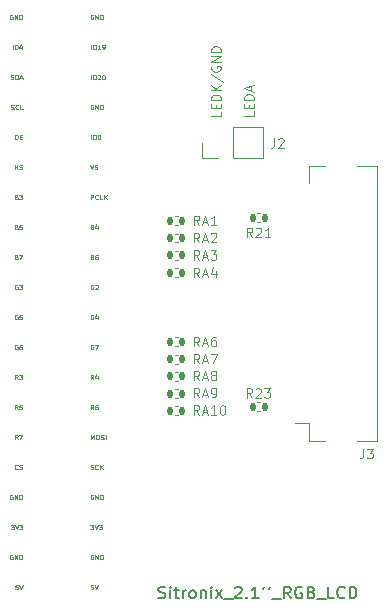
<source format=gbr>
%TF.GenerationSoftware,KiCad,Pcbnew,(6.0.9)*%
%TF.CreationDate,2022-12-05T09:35:11+08:00*%
%TF.ProjectId,Sitronix_2.1''_480x480,53697472-6f6e-4697-985f-322e3127275f,rev?*%
%TF.SameCoordinates,Original*%
%TF.FileFunction,Legend,Top*%
%TF.FilePolarity,Positive*%
%FSLAX46Y46*%
G04 Gerber Fmt 4.6, Leading zero omitted, Abs format (unit mm)*
G04 Created by KiCad (PCBNEW (6.0.9)) date 2022-12-05 09:35:11*
%MOMM*%
%LPD*%
G01*
G04 APERTURE LIST*
G04 Aperture macros list*
%AMRoundRect*
0 Rectangle with rounded corners*
0 $1 Rounding radius*
0 $2 $3 $4 $5 $6 $7 $8 $9 X,Y pos of 4 corners*
0 Add a 4 corners polygon primitive as box body*
4,1,4,$2,$3,$4,$5,$6,$7,$8,$9,$2,$3,0*
0 Add four circle primitives for the rounded corners*
1,1,$1+$1,$2,$3*
1,1,$1+$1,$4,$5*
1,1,$1+$1,$6,$7*
1,1,$1+$1,$8,$9*
0 Add four rect primitives between the rounded corners*
20,1,$1+$1,$2,$3,$4,$5,0*
20,1,$1+$1,$4,$5,$6,$7,0*
20,1,$1+$1,$6,$7,$8,$9,0*
20,1,$1+$1,$8,$9,$2,$3,0*%
G04 Aperture macros list end*
%ADD10C,0.150000*%
%ADD11C,0.120000*%
%ADD12C,0.060000*%
%ADD13R,1.700000X1.700000*%
%ADD14O,1.700000X1.700000*%
%ADD15RoundRect,0.135000X0.135000X0.185000X-0.135000X0.185000X-0.135000X-0.185000X0.135000X-0.185000X0*%
%ADD16RoundRect,0.135000X-0.135000X-0.185000X0.135000X-0.185000X0.135000X0.185000X-0.135000X0.185000X0*%
%ADD17R,1.300000X0.300000*%
%ADD18R,2.200000X1.800000*%
G04 APERTURE END LIST*
D10*
X136272047Y-118641761D02*
X136414904Y-118689380D01*
X136653000Y-118689380D01*
X136748238Y-118641761D01*
X136795857Y-118594142D01*
X136843476Y-118498904D01*
X136843476Y-118403666D01*
X136795857Y-118308428D01*
X136748238Y-118260809D01*
X136653000Y-118213190D01*
X136462523Y-118165571D01*
X136367285Y-118117952D01*
X136319666Y-118070333D01*
X136272047Y-117975095D01*
X136272047Y-117879857D01*
X136319666Y-117784619D01*
X136367285Y-117737000D01*
X136462523Y-117689380D01*
X136700619Y-117689380D01*
X136843476Y-117737000D01*
X137272047Y-118689380D02*
X137272047Y-118022714D01*
X137272047Y-117689380D02*
X137224428Y-117737000D01*
X137272047Y-117784619D01*
X137319666Y-117737000D01*
X137272047Y-117689380D01*
X137272047Y-117784619D01*
X137605380Y-118022714D02*
X137986333Y-118022714D01*
X137748238Y-117689380D02*
X137748238Y-118546523D01*
X137795857Y-118641761D01*
X137891095Y-118689380D01*
X137986333Y-118689380D01*
X138319666Y-118689380D02*
X138319666Y-118022714D01*
X138319666Y-118213190D02*
X138367285Y-118117952D01*
X138414904Y-118070333D01*
X138510142Y-118022714D01*
X138605380Y-118022714D01*
X139081571Y-118689380D02*
X138986333Y-118641761D01*
X138938714Y-118594142D01*
X138891095Y-118498904D01*
X138891095Y-118213190D01*
X138938714Y-118117952D01*
X138986333Y-118070333D01*
X139081571Y-118022714D01*
X139224428Y-118022714D01*
X139319666Y-118070333D01*
X139367285Y-118117952D01*
X139414904Y-118213190D01*
X139414904Y-118498904D01*
X139367285Y-118594142D01*
X139319666Y-118641761D01*
X139224428Y-118689380D01*
X139081571Y-118689380D01*
X139843476Y-118022714D02*
X139843476Y-118689380D01*
X139843476Y-118117952D02*
X139891095Y-118070333D01*
X139986333Y-118022714D01*
X140129190Y-118022714D01*
X140224428Y-118070333D01*
X140272047Y-118165571D01*
X140272047Y-118689380D01*
X140748238Y-118689380D02*
X140748238Y-118022714D01*
X140748238Y-117689380D02*
X140700619Y-117737000D01*
X140748238Y-117784619D01*
X140795857Y-117737000D01*
X140748238Y-117689380D01*
X140748238Y-117784619D01*
X141129190Y-118689380D02*
X141653000Y-118022714D01*
X141129190Y-118022714D02*
X141653000Y-118689380D01*
X141795857Y-118784619D02*
X142557761Y-118784619D01*
X142748238Y-117784619D02*
X142795857Y-117737000D01*
X142891095Y-117689380D01*
X143129190Y-117689380D01*
X143224428Y-117737000D01*
X143272047Y-117784619D01*
X143319666Y-117879857D01*
X143319666Y-117975095D01*
X143272047Y-118117952D01*
X142700619Y-118689380D01*
X143319666Y-118689380D01*
X143748238Y-118594142D02*
X143795857Y-118641761D01*
X143748238Y-118689380D01*
X143700619Y-118641761D01*
X143748238Y-118594142D01*
X143748238Y-118689380D01*
X144748238Y-118689380D02*
X144176809Y-118689380D01*
X144462523Y-118689380D02*
X144462523Y-117689380D01*
X144367285Y-117832238D01*
X144272047Y-117927476D01*
X144176809Y-117975095D01*
X145224428Y-117689380D02*
X145129190Y-117879857D01*
X145700619Y-117689380D02*
X145605380Y-117879857D01*
X145891095Y-118784619D02*
X146653000Y-118784619D01*
X147462523Y-118689380D02*
X147129190Y-118213190D01*
X146891095Y-118689380D02*
X146891095Y-117689380D01*
X147272047Y-117689380D01*
X147367285Y-117737000D01*
X147414904Y-117784619D01*
X147462523Y-117879857D01*
X147462523Y-118022714D01*
X147414904Y-118117952D01*
X147367285Y-118165571D01*
X147272047Y-118213190D01*
X146891095Y-118213190D01*
X148414904Y-117737000D02*
X148319666Y-117689380D01*
X148176809Y-117689380D01*
X148033952Y-117737000D01*
X147938714Y-117832238D01*
X147891095Y-117927476D01*
X147843476Y-118117952D01*
X147843476Y-118260809D01*
X147891095Y-118451285D01*
X147938714Y-118546523D01*
X148033952Y-118641761D01*
X148176809Y-118689380D01*
X148272047Y-118689380D01*
X148414904Y-118641761D01*
X148462523Y-118594142D01*
X148462523Y-118260809D01*
X148272047Y-118260809D01*
X149224428Y-118165571D02*
X149367285Y-118213190D01*
X149414904Y-118260809D01*
X149462523Y-118356047D01*
X149462523Y-118498904D01*
X149414904Y-118594142D01*
X149367285Y-118641761D01*
X149272047Y-118689380D01*
X148891095Y-118689380D01*
X148891095Y-117689380D01*
X149224428Y-117689380D01*
X149319666Y-117737000D01*
X149367285Y-117784619D01*
X149414904Y-117879857D01*
X149414904Y-117975095D01*
X149367285Y-118070333D01*
X149319666Y-118117952D01*
X149224428Y-118165571D01*
X148891095Y-118165571D01*
X149653000Y-118784619D02*
X150414904Y-118784619D01*
X151129190Y-118689380D02*
X150653000Y-118689380D01*
X150653000Y-117689380D01*
X152033952Y-118594142D02*
X151986333Y-118641761D01*
X151843476Y-118689380D01*
X151748238Y-118689380D01*
X151605380Y-118641761D01*
X151510142Y-118546523D01*
X151462523Y-118451285D01*
X151414904Y-118260809D01*
X151414904Y-118117952D01*
X151462523Y-117927476D01*
X151510142Y-117832238D01*
X151605380Y-117737000D01*
X151748238Y-117689380D01*
X151843476Y-117689380D01*
X151986333Y-117737000D01*
X152033952Y-117784619D01*
X152462523Y-118689380D02*
X152462523Y-117689380D01*
X152700619Y-117689380D01*
X152843476Y-117737000D01*
X152938714Y-117832238D01*
X152986333Y-117927476D01*
X153033952Y-118117952D01*
X153033952Y-118260809D01*
X152986333Y-118451285D01*
X152938714Y-118546523D01*
X152843476Y-118641761D01*
X152700619Y-118689380D01*
X152462523Y-118689380D01*
D11*
X141535104Y-77482380D02*
X141535104Y-77863333D01*
X140735104Y-77863333D01*
X141116057Y-77215714D02*
X141116057Y-76949047D01*
X141535104Y-76834761D02*
X141535104Y-77215714D01*
X140735104Y-77215714D01*
X140735104Y-76834761D01*
X141535104Y-76491904D02*
X140735104Y-76491904D01*
X140735104Y-76301428D01*
X140773200Y-76187142D01*
X140849390Y-76110952D01*
X140925580Y-76072857D01*
X141077961Y-76034761D01*
X141192247Y-76034761D01*
X141344628Y-76072857D01*
X141420819Y-76110952D01*
X141497009Y-76187142D01*
X141535104Y-76301428D01*
X141535104Y-76491904D01*
X141535104Y-75691904D02*
X140735104Y-75691904D01*
X141535104Y-75234761D02*
X141077961Y-75577619D01*
X140735104Y-75234761D02*
X141192247Y-75691904D01*
X140697009Y-74320476D02*
X141725580Y-75006190D01*
X140773200Y-73634761D02*
X140735104Y-73710952D01*
X140735104Y-73825238D01*
X140773200Y-73939523D01*
X140849390Y-74015714D01*
X140925580Y-74053809D01*
X141077961Y-74091904D01*
X141192247Y-74091904D01*
X141344628Y-74053809D01*
X141420819Y-74015714D01*
X141497009Y-73939523D01*
X141535104Y-73825238D01*
X141535104Y-73749047D01*
X141497009Y-73634761D01*
X141458914Y-73596666D01*
X141192247Y-73596666D01*
X141192247Y-73749047D01*
X141535104Y-73253809D02*
X140735104Y-73253809D01*
X141535104Y-72796666D01*
X140735104Y-72796666D01*
X141535104Y-72415714D02*
X140735104Y-72415714D01*
X140735104Y-72225238D01*
X140773200Y-72110952D01*
X140849390Y-72034761D01*
X140925580Y-71996666D01*
X141077961Y-71958571D01*
X141192247Y-71958571D01*
X141344628Y-71996666D01*
X141420819Y-72034761D01*
X141497009Y-72110952D01*
X141535104Y-72225238D01*
X141535104Y-72415714D01*
X144329104Y-77463542D02*
X144329104Y-77844495D01*
X143529104Y-77844495D01*
X143910057Y-77196876D02*
X143910057Y-76930209D01*
X144329104Y-76815923D02*
X144329104Y-77196876D01*
X143529104Y-77196876D01*
X143529104Y-76815923D01*
X144329104Y-76473066D02*
X143529104Y-76473066D01*
X143529104Y-76282590D01*
X143567200Y-76168304D01*
X143643390Y-76092114D01*
X143719580Y-76054019D01*
X143871961Y-76015923D01*
X143986247Y-76015923D01*
X144138628Y-76054019D01*
X144214819Y-76092114D01*
X144291009Y-76168304D01*
X144329104Y-76282590D01*
X144329104Y-76473066D01*
X144100533Y-75711161D02*
X144100533Y-75330209D01*
X144329104Y-75787352D02*
X143529104Y-75520685D01*
X144329104Y-75254019D01*
D12*
%TO.C,J1*%
X130768838Y-102695352D02*
X130635505Y-102504876D01*
X130540266Y-102695352D02*
X130540266Y-102295352D01*
X130692647Y-102295352D01*
X130730743Y-102314400D01*
X130749790Y-102333447D01*
X130768838Y-102371542D01*
X130768838Y-102428685D01*
X130749790Y-102466780D01*
X130730743Y-102485828D01*
X130692647Y-102504876D01*
X130540266Y-102504876D01*
X131111695Y-102295352D02*
X131035505Y-102295352D01*
X130997409Y-102314400D01*
X130978362Y-102333447D01*
X130940266Y-102390590D01*
X130921219Y-102466780D01*
X130921219Y-102619161D01*
X130940266Y-102657257D01*
X130959314Y-102676304D01*
X130997409Y-102695352D01*
X131073600Y-102695352D01*
X131111695Y-102676304D01*
X131130743Y-102657257D01*
X131149790Y-102619161D01*
X131149790Y-102523923D01*
X131130743Y-102485828D01*
X131111695Y-102466780D01*
X131073600Y-102447733D01*
X130997409Y-102447733D01*
X130959314Y-102466780D01*
X130940266Y-102485828D01*
X130921219Y-102523923D01*
X124104362Y-82375352D02*
X124104362Y-81975352D01*
X124104362Y-82165828D02*
X124332933Y-82165828D01*
X124332933Y-82375352D02*
X124332933Y-81975352D01*
X124504362Y-82356304D02*
X124561504Y-82375352D01*
X124656743Y-82375352D01*
X124694838Y-82356304D01*
X124713885Y-82337257D01*
X124732933Y-82299161D01*
X124732933Y-82261066D01*
X124713885Y-82222971D01*
X124694838Y-82203923D01*
X124656743Y-82184876D01*
X124580552Y-82165828D01*
X124542457Y-82146780D01*
X124523409Y-82127733D01*
X124504362Y-82089638D01*
X124504362Y-82051542D01*
X124523409Y-82013447D01*
X124542457Y-81994400D01*
X124580552Y-81975352D01*
X124675790Y-81975352D01*
X124732933Y-81994400D01*
X123761504Y-112455352D02*
X124009123Y-112455352D01*
X123875790Y-112607733D01*
X123932933Y-112607733D01*
X123971028Y-112626780D01*
X123990076Y-112645828D01*
X124009123Y-112683923D01*
X124009123Y-112779161D01*
X123990076Y-112817257D01*
X123971028Y-112836304D01*
X123932933Y-112855352D01*
X123818647Y-112855352D01*
X123780552Y-112836304D01*
X123761504Y-112817257D01*
X124123409Y-112455352D02*
X124256743Y-112855352D01*
X124390076Y-112455352D01*
X124485314Y-112455352D02*
X124732933Y-112455352D01*
X124599600Y-112607733D01*
X124656743Y-112607733D01*
X124694838Y-112626780D01*
X124713885Y-112645828D01*
X124732933Y-112683923D01*
X124732933Y-112779161D01*
X124713885Y-112817257D01*
X124694838Y-112836304D01*
X124656743Y-112855352D01*
X124542457Y-112855352D01*
X124504362Y-112836304D01*
X124485314Y-112817257D01*
X124351981Y-100155352D02*
X124218648Y-99964876D01*
X124123409Y-100155352D02*
X124123409Y-99755352D01*
X124275790Y-99755352D01*
X124313886Y-99774400D01*
X124332933Y-99793447D01*
X124351981Y-99831542D01*
X124351981Y-99888685D01*
X124332933Y-99926780D01*
X124313886Y-99945828D01*
X124275790Y-99964876D01*
X124123409Y-99964876D01*
X124485314Y-99755352D02*
X124732933Y-99755352D01*
X124599600Y-99907733D01*
X124656743Y-99907733D01*
X124694838Y-99926780D01*
X124713886Y-99945828D01*
X124732933Y-99983923D01*
X124732933Y-100079161D01*
X124713886Y-100117257D01*
X124694838Y-100136304D01*
X124656743Y-100155352D01*
X124542457Y-100155352D01*
X124504362Y-100136304D01*
X124485314Y-100117257D01*
X130540267Y-84915352D02*
X130540267Y-84515352D01*
X130692648Y-84515352D01*
X130730743Y-84534400D01*
X130749791Y-84553447D01*
X130768838Y-84591542D01*
X130768838Y-84648685D01*
X130749791Y-84686780D01*
X130730743Y-84705828D01*
X130692648Y-84724876D01*
X130540267Y-84724876D01*
X131168838Y-84877257D02*
X131149791Y-84896304D01*
X131092648Y-84915352D01*
X131054553Y-84915352D01*
X130997410Y-84896304D01*
X130959314Y-84858209D01*
X130940267Y-84820114D01*
X130921219Y-84743923D01*
X130921219Y-84686780D01*
X130940267Y-84610590D01*
X130959314Y-84572495D01*
X130997410Y-84534400D01*
X131054553Y-84515352D01*
X131092648Y-84515352D01*
X131149791Y-84534400D01*
X131168838Y-84553447D01*
X131530743Y-84915352D02*
X131340267Y-84915352D01*
X131340267Y-84515352D01*
X131664076Y-84915352D02*
X131664076Y-84515352D01*
X131892648Y-84915352D02*
X131721219Y-84686780D01*
X131892648Y-84515352D02*
X131664076Y-84743923D01*
X124332933Y-94694400D02*
X124294838Y-94675352D01*
X124237695Y-94675352D01*
X124180552Y-94694400D01*
X124142457Y-94732495D01*
X124123409Y-94770590D01*
X124104362Y-94846780D01*
X124104362Y-94903923D01*
X124123409Y-94980114D01*
X124142457Y-95018209D01*
X124180552Y-95056304D01*
X124237695Y-95075352D01*
X124275790Y-95075352D01*
X124332933Y-95056304D01*
X124351981Y-95037257D01*
X124351981Y-94903923D01*
X124275790Y-94903923D01*
X124713886Y-94675352D02*
X124523409Y-94675352D01*
X124504362Y-94865828D01*
X124523409Y-94846780D01*
X124561505Y-94827733D01*
X124656743Y-94827733D01*
X124694838Y-94846780D01*
X124713886Y-94865828D01*
X124732933Y-94903923D01*
X124732933Y-94999161D01*
X124713886Y-95037257D01*
X124694838Y-95056304D01*
X124656743Y-95075352D01*
X124561505Y-95075352D01*
X124523409Y-95056304D01*
X124504362Y-95037257D01*
X130768838Y-100155352D02*
X130635505Y-99964876D01*
X130540266Y-100155352D02*
X130540266Y-99755352D01*
X130692647Y-99755352D01*
X130730743Y-99774400D01*
X130749790Y-99793447D01*
X130768838Y-99831542D01*
X130768838Y-99888685D01*
X130749790Y-99926780D01*
X130730743Y-99945828D01*
X130692647Y-99964876D01*
X130540266Y-99964876D01*
X131111695Y-99888685D02*
X131111695Y-100155352D01*
X131016457Y-99736304D02*
X130921219Y-100022019D01*
X131168838Y-100022019D01*
X123780552Y-77276304D02*
X123837695Y-77295352D01*
X123932933Y-77295352D01*
X123971028Y-77276304D01*
X123990076Y-77257257D01*
X124009123Y-77219161D01*
X124009123Y-77181066D01*
X123990076Y-77142971D01*
X123971028Y-77123923D01*
X123932933Y-77104876D01*
X123856743Y-77085828D01*
X123818647Y-77066780D01*
X123799600Y-77047733D01*
X123780552Y-77009638D01*
X123780552Y-76971542D01*
X123799600Y-76933447D01*
X123818647Y-76914400D01*
X123856743Y-76895352D01*
X123951981Y-76895352D01*
X124009123Y-76914400D01*
X124409123Y-77257257D02*
X124390076Y-77276304D01*
X124332933Y-77295352D01*
X124294838Y-77295352D01*
X124237695Y-77276304D01*
X124199600Y-77238209D01*
X124180552Y-77200114D01*
X124161504Y-77123923D01*
X124161504Y-77066780D01*
X124180552Y-76990590D01*
X124199600Y-76952495D01*
X124237695Y-76914400D01*
X124294838Y-76895352D01*
X124332933Y-76895352D01*
X124390076Y-76914400D01*
X124409123Y-76933447D01*
X124771028Y-77295352D02*
X124580552Y-77295352D01*
X124580552Y-76895352D01*
X124256743Y-89785828D02*
X124313886Y-89804876D01*
X124332933Y-89823923D01*
X124351981Y-89862019D01*
X124351981Y-89919161D01*
X124332933Y-89957257D01*
X124313886Y-89976304D01*
X124275790Y-89995352D01*
X124123409Y-89995352D01*
X124123409Y-89595352D01*
X124256743Y-89595352D01*
X124294838Y-89614400D01*
X124313886Y-89633447D01*
X124332933Y-89671542D01*
X124332933Y-89709638D01*
X124313886Y-89747733D01*
X124294838Y-89766780D01*
X124256743Y-89785828D01*
X124123409Y-89785828D01*
X124485314Y-89595352D02*
X124751981Y-89595352D01*
X124580552Y-89995352D01*
X130673600Y-89785828D02*
X130730743Y-89804876D01*
X130749790Y-89823923D01*
X130768838Y-89862019D01*
X130768838Y-89919161D01*
X130749790Y-89957257D01*
X130730743Y-89976304D01*
X130692647Y-89995352D01*
X130540266Y-89995352D01*
X130540266Y-89595352D01*
X130673600Y-89595352D01*
X130711695Y-89614400D01*
X130730743Y-89633447D01*
X130749790Y-89671542D01*
X130749790Y-89709638D01*
X130730743Y-89747733D01*
X130711695Y-89766780D01*
X130673600Y-89785828D01*
X130540266Y-89785828D01*
X131111695Y-89595352D02*
X131035505Y-89595352D01*
X130997409Y-89614400D01*
X130978362Y-89633447D01*
X130940266Y-89690590D01*
X130921219Y-89766780D01*
X130921219Y-89919161D01*
X130940266Y-89957257D01*
X130959314Y-89976304D01*
X130997409Y-89995352D01*
X131073600Y-89995352D01*
X131111695Y-89976304D01*
X131130743Y-89957257D01*
X131149790Y-89919161D01*
X131149790Y-89823923D01*
X131130743Y-89785828D01*
X131111695Y-89766780D01*
X131073600Y-89747733D01*
X130997409Y-89747733D01*
X130959314Y-89766780D01*
X130940266Y-89785828D01*
X130921219Y-89823923D01*
X130730743Y-117535352D02*
X130540267Y-117535352D01*
X130521219Y-117725828D01*
X130540267Y-117706780D01*
X130578362Y-117687733D01*
X130673600Y-117687733D01*
X130711695Y-117706780D01*
X130730743Y-117725828D01*
X130749791Y-117763923D01*
X130749791Y-117859161D01*
X130730743Y-117897257D01*
X130711695Y-117916304D01*
X130673600Y-117935352D01*
X130578362Y-117935352D01*
X130540267Y-117916304D01*
X130521219Y-117897257D01*
X130864076Y-117535352D02*
X130997410Y-117935352D01*
X131130743Y-117535352D01*
X130502171Y-112455352D02*
X130749790Y-112455352D01*
X130616457Y-112607733D01*
X130673600Y-112607733D01*
X130711695Y-112626780D01*
X130730743Y-112645828D01*
X130749790Y-112683923D01*
X130749790Y-112779161D01*
X130730743Y-112817257D01*
X130711695Y-112836304D01*
X130673600Y-112855352D01*
X130559314Y-112855352D01*
X130521219Y-112836304D01*
X130502171Y-112817257D01*
X130864076Y-112455352D02*
X130997410Y-112855352D01*
X131130743Y-112455352D01*
X131225981Y-112455352D02*
X131473600Y-112455352D01*
X131340267Y-112607733D01*
X131397410Y-112607733D01*
X131435505Y-112626780D01*
X131454552Y-112645828D01*
X131473600Y-112683923D01*
X131473600Y-112779161D01*
X131454552Y-112817257D01*
X131435505Y-112836304D01*
X131397410Y-112855352D01*
X131283124Y-112855352D01*
X131245029Y-112836304D01*
X131225981Y-112817257D01*
X130673600Y-87245828D02*
X130730743Y-87264876D01*
X130749790Y-87283923D01*
X130768838Y-87322019D01*
X130768838Y-87379161D01*
X130749790Y-87417257D01*
X130730743Y-87436304D01*
X130692647Y-87455352D01*
X130540266Y-87455352D01*
X130540266Y-87055352D01*
X130673600Y-87055352D01*
X130711695Y-87074400D01*
X130730743Y-87093447D01*
X130749790Y-87131542D01*
X130749790Y-87169638D01*
X130730743Y-87207733D01*
X130711695Y-87226780D01*
X130673600Y-87245828D01*
X130540266Y-87245828D01*
X131111695Y-87188685D02*
X131111695Y-87455352D01*
X131016457Y-87036304D02*
X130921219Y-87322019D01*
X131168838Y-87322019D01*
X124142456Y-79835352D02*
X124142456Y-79435352D01*
X124237694Y-79435352D01*
X124294837Y-79454400D01*
X124332932Y-79492495D01*
X124351980Y-79530590D01*
X124371028Y-79606780D01*
X124371028Y-79663923D01*
X124351980Y-79740114D01*
X124332932Y-79778209D01*
X124294837Y-79816304D01*
X124237694Y-79835352D01*
X124142456Y-79835352D01*
X124542456Y-79625828D02*
X124675790Y-79625828D01*
X124732932Y-79835352D02*
X124542456Y-79835352D01*
X124542456Y-79435352D01*
X124732932Y-79435352D01*
X130749791Y-76914400D02*
X130711695Y-76895352D01*
X130654553Y-76895352D01*
X130597410Y-76914400D01*
X130559314Y-76952495D01*
X130540267Y-76990590D01*
X130521219Y-77066780D01*
X130521219Y-77123923D01*
X130540267Y-77200114D01*
X130559314Y-77238209D01*
X130597410Y-77276304D01*
X130654553Y-77295352D01*
X130692648Y-77295352D01*
X130749791Y-77276304D01*
X130768838Y-77257257D01*
X130768838Y-77123923D01*
X130692648Y-77123923D01*
X130940267Y-77295352D02*
X130940267Y-76895352D01*
X131168838Y-77295352D01*
X131168838Y-76895352D01*
X131359314Y-77295352D02*
X131359314Y-76895352D01*
X131454553Y-76895352D01*
X131511695Y-76914400D01*
X131549791Y-76952495D01*
X131568838Y-76990590D01*
X131587886Y-77066780D01*
X131587886Y-77123923D01*
X131568838Y-77200114D01*
X131549791Y-77238209D01*
X131511695Y-77276304D01*
X131454553Y-77295352D01*
X131359314Y-77295352D01*
X130749791Y-115014400D02*
X130711695Y-114995352D01*
X130654553Y-114995352D01*
X130597410Y-115014400D01*
X130559314Y-115052495D01*
X130540267Y-115090590D01*
X130521219Y-115166780D01*
X130521219Y-115223923D01*
X130540267Y-115300114D01*
X130559314Y-115338209D01*
X130597410Y-115376304D01*
X130654553Y-115395352D01*
X130692648Y-115395352D01*
X130749791Y-115376304D01*
X130768838Y-115357257D01*
X130768838Y-115223923D01*
X130692648Y-115223923D01*
X130940267Y-115395352D02*
X130940267Y-114995352D01*
X131168838Y-115395352D01*
X131168838Y-114995352D01*
X131359314Y-115395352D02*
X131359314Y-114995352D01*
X131454553Y-114995352D01*
X131511695Y-115014400D01*
X131549791Y-115052495D01*
X131568838Y-115090590D01*
X131587886Y-115166780D01*
X131587886Y-115223923D01*
X131568838Y-115300114D01*
X131549791Y-115338209D01*
X131511695Y-115376304D01*
X131454553Y-115395352D01*
X131359314Y-115395352D01*
X130540267Y-79835352D02*
X130540267Y-79435352D01*
X130806933Y-79435352D02*
X130883124Y-79435352D01*
X130921219Y-79454400D01*
X130959314Y-79492495D01*
X130978362Y-79568685D01*
X130978362Y-79702019D01*
X130959314Y-79778209D01*
X130921219Y-79816304D01*
X130883124Y-79835352D01*
X130806933Y-79835352D01*
X130768838Y-79816304D01*
X130730743Y-79778209D01*
X130711695Y-79702019D01*
X130711695Y-79568685D01*
X130730743Y-79492495D01*
X130768838Y-79454400D01*
X130806933Y-79435352D01*
X131225981Y-79435352D02*
X131264076Y-79435352D01*
X131302171Y-79454400D01*
X131321219Y-79473447D01*
X131340267Y-79511542D01*
X131359314Y-79587733D01*
X131359314Y-79682971D01*
X131340267Y-79759161D01*
X131321219Y-79797257D01*
X131302171Y-79816304D01*
X131264076Y-79835352D01*
X131225981Y-79835352D01*
X131187886Y-79816304D01*
X131168838Y-79797257D01*
X131149790Y-79759161D01*
X131130743Y-79682971D01*
X131130743Y-79587733D01*
X131149790Y-79511542D01*
X131168838Y-79473447D01*
X131187886Y-79454400D01*
X131225981Y-79435352D01*
X130521219Y-107756304D02*
X130578362Y-107775352D01*
X130673600Y-107775352D01*
X130711695Y-107756304D01*
X130730743Y-107737257D01*
X130749790Y-107699161D01*
X130749790Y-107661066D01*
X130730743Y-107622971D01*
X130711695Y-107603923D01*
X130673600Y-107584876D01*
X130597409Y-107565828D01*
X130559314Y-107546780D01*
X130540266Y-107527733D01*
X130521219Y-107489638D01*
X130521219Y-107451542D01*
X130540266Y-107413447D01*
X130559314Y-107394400D01*
X130597409Y-107375352D01*
X130692647Y-107375352D01*
X130749790Y-107394400D01*
X131149790Y-107737257D02*
X131130743Y-107756304D01*
X131073600Y-107775352D01*
X131035505Y-107775352D01*
X130978362Y-107756304D01*
X130940266Y-107718209D01*
X130921219Y-107680114D01*
X130902171Y-107603923D01*
X130902171Y-107546780D01*
X130921219Y-107470590D01*
X130940266Y-107432495D01*
X130978362Y-107394400D01*
X131035505Y-107375352D01*
X131073600Y-107375352D01*
X131130743Y-107394400D01*
X131149790Y-107413447D01*
X131321219Y-107775352D02*
X131321219Y-107375352D01*
X131549790Y-107775352D02*
X131378362Y-107546780D01*
X131549790Y-107375352D02*
X131321219Y-107603923D01*
X123894838Y-109934400D02*
X123856742Y-109915352D01*
X123799600Y-109915352D01*
X123742457Y-109934400D01*
X123704361Y-109972495D01*
X123685314Y-110010590D01*
X123666266Y-110086780D01*
X123666266Y-110143923D01*
X123685314Y-110220114D01*
X123704361Y-110258209D01*
X123742457Y-110296304D01*
X123799600Y-110315352D01*
X123837695Y-110315352D01*
X123894838Y-110296304D01*
X123913885Y-110277257D01*
X123913885Y-110143923D01*
X123837695Y-110143923D01*
X124085314Y-110315352D02*
X124085314Y-109915352D01*
X124313885Y-110315352D01*
X124313885Y-109915352D01*
X124504361Y-110315352D02*
X124504361Y-109915352D01*
X124599600Y-109915352D01*
X124656742Y-109934400D01*
X124694838Y-109972495D01*
X124713885Y-110010590D01*
X124732933Y-110086780D01*
X124732933Y-110143923D01*
X124713885Y-110220114D01*
X124694838Y-110258209D01*
X124656742Y-110296304D01*
X124599600Y-110315352D01*
X124504361Y-110315352D01*
X124256743Y-87245828D02*
X124313886Y-87264876D01*
X124332933Y-87283923D01*
X124351981Y-87322019D01*
X124351981Y-87379161D01*
X124332933Y-87417257D01*
X124313886Y-87436304D01*
X124275790Y-87455352D01*
X124123409Y-87455352D01*
X124123409Y-87055352D01*
X124256743Y-87055352D01*
X124294838Y-87074400D01*
X124313886Y-87093447D01*
X124332933Y-87131542D01*
X124332933Y-87169638D01*
X124313886Y-87207733D01*
X124294838Y-87226780D01*
X124256743Y-87245828D01*
X124123409Y-87245828D01*
X124713886Y-87055352D02*
X124523409Y-87055352D01*
X124504362Y-87245828D01*
X124523409Y-87226780D01*
X124561505Y-87207733D01*
X124656743Y-87207733D01*
X124694838Y-87226780D01*
X124713886Y-87245828D01*
X124732933Y-87283923D01*
X124732933Y-87379161D01*
X124713886Y-87417257D01*
X124694838Y-87436304D01*
X124656743Y-87455352D01*
X124561505Y-87455352D01*
X124523409Y-87436304D01*
X124504362Y-87417257D01*
X130540266Y-74755352D02*
X130540266Y-74355352D01*
X130806933Y-74355352D02*
X130883123Y-74355352D01*
X130921219Y-74374400D01*
X130959314Y-74412495D01*
X130978362Y-74488685D01*
X130978362Y-74622019D01*
X130959314Y-74698209D01*
X130921219Y-74736304D01*
X130883123Y-74755352D01*
X130806933Y-74755352D01*
X130768838Y-74736304D01*
X130730743Y-74698209D01*
X130711695Y-74622019D01*
X130711695Y-74488685D01*
X130730743Y-74412495D01*
X130768838Y-74374400D01*
X130806933Y-74355352D01*
X131130743Y-74393447D02*
X131149790Y-74374400D01*
X131187885Y-74355352D01*
X131283123Y-74355352D01*
X131321219Y-74374400D01*
X131340266Y-74393447D01*
X131359314Y-74431542D01*
X131359314Y-74469638D01*
X131340266Y-74526780D01*
X131111695Y-74755352D01*
X131359314Y-74755352D01*
X131606933Y-74355352D02*
X131645028Y-74355352D01*
X131683123Y-74374400D01*
X131702171Y-74393447D01*
X131721219Y-74431542D01*
X131740266Y-74507733D01*
X131740266Y-74602971D01*
X131721219Y-74679161D01*
X131702171Y-74717257D01*
X131683123Y-74736304D01*
X131645028Y-74755352D01*
X131606933Y-74755352D01*
X131568838Y-74736304D01*
X131549790Y-74717257D01*
X131530743Y-74679161D01*
X131511695Y-74602971D01*
X131511695Y-74507733D01*
X131530743Y-74431542D01*
X131549790Y-74393447D01*
X131568838Y-74374400D01*
X131606933Y-74355352D01*
X130749790Y-94694400D02*
X130711695Y-94675352D01*
X130654552Y-94675352D01*
X130597409Y-94694400D01*
X130559314Y-94732495D01*
X130540266Y-94770590D01*
X130521219Y-94846780D01*
X130521219Y-94903923D01*
X130540266Y-94980114D01*
X130559314Y-95018209D01*
X130597409Y-95056304D01*
X130654552Y-95075352D01*
X130692647Y-95075352D01*
X130749790Y-95056304D01*
X130768838Y-95037257D01*
X130768838Y-94903923D01*
X130692647Y-94903923D01*
X131111695Y-94808685D02*
X131111695Y-95075352D01*
X131016457Y-94656304D02*
X130921219Y-94942019D01*
X131168838Y-94942019D01*
X123894838Y-69294400D02*
X123856742Y-69275352D01*
X123799600Y-69275352D01*
X123742457Y-69294400D01*
X123704361Y-69332495D01*
X123685314Y-69370590D01*
X123666266Y-69446780D01*
X123666266Y-69503923D01*
X123685314Y-69580114D01*
X123704361Y-69618209D01*
X123742457Y-69656304D01*
X123799600Y-69675352D01*
X123837695Y-69675352D01*
X123894838Y-69656304D01*
X123913885Y-69637257D01*
X123913885Y-69503923D01*
X123837695Y-69503923D01*
X124085314Y-69675352D02*
X124085314Y-69275352D01*
X124313885Y-69675352D01*
X124313885Y-69275352D01*
X124504361Y-69675352D02*
X124504361Y-69275352D01*
X124599600Y-69275352D01*
X124656742Y-69294400D01*
X124694838Y-69332495D01*
X124713885Y-69370590D01*
X124732933Y-69446780D01*
X124732933Y-69503923D01*
X124713885Y-69580114D01*
X124694838Y-69618209D01*
X124656742Y-69656304D01*
X124599600Y-69675352D01*
X124504361Y-69675352D01*
X130540266Y-105235352D02*
X130540266Y-104835352D01*
X130673599Y-105121066D01*
X130806933Y-104835352D01*
X130806933Y-105235352D01*
X131073599Y-104835352D02*
X131149790Y-104835352D01*
X131187885Y-104854400D01*
X131225980Y-104892495D01*
X131245028Y-104968685D01*
X131245028Y-105102019D01*
X131225980Y-105178209D01*
X131187885Y-105216304D01*
X131149790Y-105235352D01*
X131073599Y-105235352D01*
X131035504Y-105216304D01*
X130997409Y-105178209D01*
X130978361Y-105102019D01*
X130978361Y-104968685D01*
X130997409Y-104892495D01*
X131035504Y-104854400D01*
X131073599Y-104835352D01*
X131397409Y-105216304D02*
X131454552Y-105235352D01*
X131549790Y-105235352D01*
X131587885Y-105216304D01*
X131606933Y-105197257D01*
X131625980Y-105159161D01*
X131625980Y-105121066D01*
X131606933Y-105082971D01*
X131587885Y-105063923D01*
X131549790Y-105044876D01*
X131473599Y-105025828D01*
X131435504Y-105006780D01*
X131416457Y-104987733D01*
X131397409Y-104949638D01*
X131397409Y-104911542D01*
X131416457Y-104873447D01*
X131435504Y-104854400D01*
X131473599Y-104835352D01*
X131568838Y-104835352D01*
X131625980Y-104854400D01*
X131797409Y-105235352D02*
X131797409Y-104835352D01*
X130749791Y-109934400D02*
X130711695Y-109915352D01*
X130654553Y-109915352D01*
X130597410Y-109934400D01*
X130559314Y-109972495D01*
X130540267Y-110010590D01*
X130521219Y-110086780D01*
X130521219Y-110143923D01*
X130540267Y-110220114D01*
X130559314Y-110258209D01*
X130597410Y-110296304D01*
X130654553Y-110315352D01*
X130692648Y-110315352D01*
X130749791Y-110296304D01*
X130768838Y-110277257D01*
X130768838Y-110143923D01*
X130692648Y-110143923D01*
X130940267Y-110315352D02*
X130940267Y-109915352D01*
X131168838Y-110315352D01*
X131168838Y-109915352D01*
X131359314Y-110315352D02*
X131359314Y-109915352D01*
X131454553Y-109915352D01*
X131511695Y-109934400D01*
X131549791Y-109972495D01*
X131568838Y-110010590D01*
X131587886Y-110086780D01*
X131587886Y-110143923D01*
X131568838Y-110220114D01*
X131549791Y-110258209D01*
X131511695Y-110296304D01*
X131454553Y-110315352D01*
X131359314Y-110315352D01*
X130483124Y-81975352D02*
X130616457Y-82375352D01*
X130749791Y-81975352D01*
X130864076Y-82356304D02*
X130921219Y-82375352D01*
X131016457Y-82375352D01*
X131054553Y-82356304D01*
X131073600Y-82337257D01*
X131092648Y-82299161D01*
X131092648Y-82261066D01*
X131073600Y-82222971D01*
X131054553Y-82203923D01*
X131016457Y-82184876D01*
X130940267Y-82165828D01*
X130902172Y-82146780D01*
X130883124Y-82127733D01*
X130864076Y-82089638D01*
X130864076Y-82051542D01*
X130883124Y-82013447D01*
X130902172Y-81994400D01*
X130940267Y-81975352D01*
X131035505Y-81975352D01*
X131092648Y-81994400D01*
X130749791Y-69294400D02*
X130711695Y-69275352D01*
X130654553Y-69275352D01*
X130597410Y-69294400D01*
X130559314Y-69332495D01*
X130540267Y-69370590D01*
X130521219Y-69446780D01*
X130521219Y-69503923D01*
X130540267Y-69580114D01*
X130559314Y-69618209D01*
X130597410Y-69656304D01*
X130654553Y-69675352D01*
X130692648Y-69675352D01*
X130749791Y-69656304D01*
X130768838Y-69637257D01*
X130768838Y-69503923D01*
X130692648Y-69503923D01*
X130940267Y-69675352D02*
X130940267Y-69275352D01*
X131168838Y-69675352D01*
X131168838Y-69275352D01*
X131359314Y-69675352D02*
X131359314Y-69275352D01*
X131454553Y-69275352D01*
X131511695Y-69294400D01*
X131549791Y-69332495D01*
X131568838Y-69370590D01*
X131587886Y-69446780D01*
X131587886Y-69503923D01*
X131568838Y-69580114D01*
X131549791Y-69618209D01*
X131511695Y-69656304D01*
X131454553Y-69675352D01*
X131359314Y-69675352D01*
X124351981Y-107737257D02*
X124332933Y-107756304D01*
X124275790Y-107775352D01*
X124237695Y-107775352D01*
X124180552Y-107756304D01*
X124142457Y-107718209D01*
X124123409Y-107680114D01*
X124104362Y-107603923D01*
X124104362Y-107546780D01*
X124123409Y-107470590D01*
X124142457Y-107432495D01*
X124180552Y-107394400D01*
X124237695Y-107375352D01*
X124275790Y-107375352D01*
X124332933Y-107394400D01*
X124351981Y-107413447D01*
X124504362Y-107756304D02*
X124561505Y-107775352D01*
X124656743Y-107775352D01*
X124694838Y-107756304D01*
X124713886Y-107737257D01*
X124732933Y-107699161D01*
X124732933Y-107661066D01*
X124713886Y-107622971D01*
X124694838Y-107603923D01*
X124656743Y-107584876D01*
X124580552Y-107565828D01*
X124542457Y-107546780D01*
X124523409Y-107527733D01*
X124504362Y-107489638D01*
X124504362Y-107451542D01*
X124523409Y-107413447D01*
X124542457Y-107394400D01*
X124580552Y-107375352D01*
X124675790Y-107375352D01*
X124732933Y-107394400D01*
X124351981Y-105235352D02*
X124218648Y-105044876D01*
X124123409Y-105235352D02*
X124123409Y-104835352D01*
X124275790Y-104835352D01*
X124313886Y-104854400D01*
X124332933Y-104873447D01*
X124351981Y-104911542D01*
X124351981Y-104968685D01*
X124332933Y-105006780D01*
X124313886Y-105025828D01*
X124275790Y-105044876D01*
X124123409Y-105044876D01*
X124485314Y-104835352D02*
X124751981Y-104835352D01*
X124580552Y-105235352D01*
X123913886Y-72215352D02*
X123913886Y-71815352D01*
X124180552Y-71815352D02*
X124256743Y-71815352D01*
X124294838Y-71834400D01*
X124332933Y-71872495D01*
X124351981Y-71948685D01*
X124351981Y-72082019D01*
X124332933Y-72158209D01*
X124294838Y-72196304D01*
X124256743Y-72215352D01*
X124180552Y-72215352D01*
X124142457Y-72196304D01*
X124104362Y-72158209D01*
X124085314Y-72082019D01*
X124085314Y-71948685D01*
X124104362Y-71872495D01*
X124142457Y-71834400D01*
X124180552Y-71815352D01*
X124694838Y-71948685D02*
X124694838Y-72215352D01*
X124599600Y-71796304D02*
X124504362Y-72082019D01*
X124751981Y-72082019D01*
X123894838Y-115014400D02*
X123856742Y-114995352D01*
X123799600Y-114995352D01*
X123742457Y-115014400D01*
X123704361Y-115052495D01*
X123685314Y-115090590D01*
X123666266Y-115166780D01*
X123666266Y-115223923D01*
X123685314Y-115300114D01*
X123704361Y-115338209D01*
X123742457Y-115376304D01*
X123799600Y-115395352D01*
X123837695Y-115395352D01*
X123894838Y-115376304D01*
X123913885Y-115357257D01*
X123913885Y-115223923D01*
X123837695Y-115223923D01*
X124085314Y-115395352D02*
X124085314Y-114995352D01*
X124313885Y-115395352D01*
X124313885Y-114995352D01*
X124504361Y-115395352D02*
X124504361Y-114995352D01*
X124599600Y-114995352D01*
X124656742Y-115014400D01*
X124694838Y-115052495D01*
X124713885Y-115090590D01*
X124732933Y-115166780D01*
X124732933Y-115223923D01*
X124713885Y-115300114D01*
X124694838Y-115338209D01*
X124656742Y-115376304D01*
X124599600Y-115395352D01*
X124504361Y-115395352D01*
X130749790Y-97234400D02*
X130711695Y-97215352D01*
X130654552Y-97215352D01*
X130597409Y-97234400D01*
X130559314Y-97272495D01*
X130540266Y-97310590D01*
X130521219Y-97386780D01*
X130521219Y-97443923D01*
X130540266Y-97520114D01*
X130559314Y-97558209D01*
X130597409Y-97596304D01*
X130654552Y-97615352D01*
X130692647Y-97615352D01*
X130749790Y-97596304D01*
X130768838Y-97577257D01*
X130768838Y-97443923D01*
X130692647Y-97443923D01*
X130902171Y-97215352D02*
X131168838Y-97215352D01*
X130997409Y-97615352D01*
X124371028Y-117535352D02*
X124180552Y-117535352D01*
X124161504Y-117725828D01*
X124180552Y-117706780D01*
X124218647Y-117687733D01*
X124313885Y-117687733D01*
X124351980Y-117706780D01*
X124371028Y-117725828D01*
X124390076Y-117763923D01*
X124390076Y-117859161D01*
X124371028Y-117897257D01*
X124351980Y-117916304D01*
X124313885Y-117935352D01*
X124218647Y-117935352D01*
X124180552Y-117916304D01*
X124161504Y-117897257D01*
X124504361Y-117535352D02*
X124637695Y-117935352D01*
X124771028Y-117535352D01*
X124332933Y-92154400D02*
X124294838Y-92135352D01*
X124237695Y-92135352D01*
X124180552Y-92154400D01*
X124142457Y-92192495D01*
X124123409Y-92230590D01*
X124104362Y-92306780D01*
X124104362Y-92363923D01*
X124123409Y-92440114D01*
X124142457Y-92478209D01*
X124180552Y-92516304D01*
X124237695Y-92535352D01*
X124275790Y-92535352D01*
X124332933Y-92516304D01*
X124351981Y-92497257D01*
X124351981Y-92363923D01*
X124275790Y-92363923D01*
X124485314Y-92135352D02*
X124732933Y-92135352D01*
X124599600Y-92287733D01*
X124656743Y-92287733D01*
X124694838Y-92306780D01*
X124713886Y-92325828D01*
X124732933Y-92363923D01*
X124732933Y-92459161D01*
X124713886Y-92497257D01*
X124694838Y-92516304D01*
X124656743Y-92535352D01*
X124542457Y-92535352D01*
X124504362Y-92516304D01*
X124485314Y-92497257D01*
X124256743Y-84705828D02*
X124313886Y-84724876D01*
X124332933Y-84743923D01*
X124351981Y-84782019D01*
X124351981Y-84839161D01*
X124332933Y-84877257D01*
X124313886Y-84896304D01*
X124275790Y-84915352D01*
X124123409Y-84915352D01*
X124123409Y-84515352D01*
X124256743Y-84515352D01*
X124294838Y-84534400D01*
X124313886Y-84553447D01*
X124332933Y-84591542D01*
X124332933Y-84629638D01*
X124313886Y-84667733D01*
X124294838Y-84686780D01*
X124256743Y-84705828D01*
X124123409Y-84705828D01*
X124485314Y-84515352D02*
X124732933Y-84515352D01*
X124599600Y-84667733D01*
X124656743Y-84667733D01*
X124694838Y-84686780D01*
X124713886Y-84705828D01*
X124732933Y-84743923D01*
X124732933Y-84839161D01*
X124713886Y-84877257D01*
X124694838Y-84896304D01*
X124656743Y-84915352D01*
X124542457Y-84915352D01*
X124504362Y-84896304D01*
X124485314Y-84877257D01*
X124332933Y-97234400D02*
X124294838Y-97215352D01*
X124237695Y-97215352D01*
X124180552Y-97234400D01*
X124142457Y-97272495D01*
X124123409Y-97310590D01*
X124104362Y-97386780D01*
X124104362Y-97443923D01*
X124123409Y-97520114D01*
X124142457Y-97558209D01*
X124180552Y-97596304D01*
X124237695Y-97615352D01*
X124275790Y-97615352D01*
X124332933Y-97596304D01*
X124351981Y-97577257D01*
X124351981Y-97443923D01*
X124275790Y-97443923D01*
X124694838Y-97215352D02*
X124618648Y-97215352D01*
X124580552Y-97234400D01*
X124561505Y-97253447D01*
X124523409Y-97310590D01*
X124504362Y-97386780D01*
X124504362Y-97539161D01*
X124523409Y-97577257D01*
X124542457Y-97596304D01*
X124580552Y-97615352D01*
X124656743Y-97615352D01*
X124694838Y-97596304D01*
X124713886Y-97577257D01*
X124732933Y-97539161D01*
X124732933Y-97443923D01*
X124713886Y-97405828D01*
X124694838Y-97386780D01*
X124656743Y-97367733D01*
X124580552Y-97367733D01*
X124542457Y-97386780D01*
X124523409Y-97405828D01*
X124504362Y-97443923D01*
X124351981Y-102695352D02*
X124218648Y-102504876D01*
X124123409Y-102695352D02*
X124123409Y-102295352D01*
X124275790Y-102295352D01*
X124313886Y-102314400D01*
X124332933Y-102333447D01*
X124351981Y-102371542D01*
X124351981Y-102428685D01*
X124332933Y-102466780D01*
X124313886Y-102485828D01*
X124275790Y-102504876D01*
X124123409Y-102504876D01*
X124713886Y-102295352D02*
X124523409Y-102295352D01*
X124504362Y-102485828D01*
X124523409Y-102466780D01*
X124561505Y-102447733D01*
X124656743Y-102447733D01*
X124694838Y-102466780D01*
X124713886Y-102485828D01*
X124732933Y-102523923D01*
X124732933Y-102619161D01*
X124713886Y-102657257D01*
X124694838Y-102676304D01*
X124656743Y-102695352D01*
X124561505Y-102695352D01*
X124523409Y-102676304D01*
X124504362Y-102657257D01*
X123761504Y-74736304D02*
X123818647Y-74755352D01*
X123913885Y-74755352D01*
X123951980Y-74736304D01*
X123971028Y-74717257D01*
X123990076Y-74679161D01*
X123990076Y-74641066D01*
X123971028Y-74602971D01*
X123951980Y-74583923D01*
X123913885Y-74564876D01*
X123837695Y-74545828D01*
X123799599Y-74526780D01*
X123780552Y-74507733D01*
X123761504Y-74469638D01*
X123761504Y-74431542D01*
X123780552Y-74393447D01*
X123799599Y-74374400D01*
X123837695Y-74355352D01*
X123932933Y-74355352D01*
X123990076Y-74374400D01*
X124161504Y-74755352D02*
X124161504Y-74355352D01*
X124256742Y-74355352D01*
X124313885Y-74374400D01*
X124351980Y-74412495D01*
X124371028Y-74450590D01*
X124390076Y-74526780D01*
X124390076Y-74583923D01*
X124371028Y-74660114D01*
X124351980Y-74698209D01*
X124313885Y-74736304D01*
X124256742Y-74755352D01*
X124161504Y-74755352D01*
X124542457Y-74641066D02*
X124732933Y-74641066D01*
X124504361Y-74755352D02*
X124637695Y-74355352D01*
X124771028Y-74755352D01*
X130749790Y-92154400D02*
X130711695Y-92135352D01*
X130654552Y-92135352D01*
X130597409Y-92154400D01*
X130559314Y-92192495D01*
X130540266Y-92230590D01*
X130521219Y-92306780D01*
X130521219Y-92363923D01*
X130540266Y-92440114D01*
X130559314Y-92478209D01*
X130597409Y-92516304D01*
X130654552Y-92535352D01*
X130692647Y-92535352D01*
X130749790Y-92516304D01*
X130768838Y-92497257D01*
X130768838Y-92363923D01*
X130692647Y-92363923D01*
X130921219Y-92173447D02*
X130940266Y-92154400D01*
X130978362Y-92135352D01*
X131073600Y-92135352D01*
X131111695Y-92154400D01*
X131130743Y-92173447D01*
X131149790Y-92211542D01*
X131149790Y-92249638D01*
X131130743Y-92306780D01*
X130902171Y-92535352D01*
X131149790Y-92535352D01*
X130540266Y-72215352D02*
X130540266Y-71815352D01*
X130806933Y-71815352D02*
X130883123Y-71815352D01*
X130921219Y-71834400D01*
X130959314Y-71872495D01*
X130978362Y-71948685D01*
X130978362Y-72082019D01*
X130959314Y-72158209D01*
X130921219Y-72196304D01*
X130883123Y-72215352D01*
X130806933Y-72215352D01*
X130768838Y-72196304D01*
X130730743Y-72158209D01*
X130711695Y-72082019D01*
X130711695Y-71948685D01*
X130730743Y-71872495D01*
X130768838Y-71834400D01*
X130806933Y-71815352D01*
X131359314Y-72215352D02*
X131130743Y-72215352D01*
X131245028Y-72215352D02*
X131245028Y-71815352D01*
X131206933Y-71872495D01*
X131168838Y-71910590D01*
X131130743Y-71929638D01*
X131549790Y-72215352D02*
X131625981Y-72215352D01*
X131664076Y-72196304D01*
X131683123Y-72177257D01*
X131721219Y-72120114D01*
X131740266Y-72043923D01*
X131740266Y-71891542D01*
X131721219Y-71853447D01*
X131702171Y-71834400D01*
X131664076Y-71815352D01*
X131587885Y-71815352D01*
X131549790Y-71834400D01*
X131530743Y-71853447D01*
X131511695Y-71891542D01*
X131511695Y-71986780D01*
X131530743Y-72024876D01*
X131549790Y-72043923D01*
X131587885Y-72062971D01*
X131664076Y-72062971D01*
X131702171Y-72043923D01*
X131721219Y-72024876D01*
X131740266Y-71986780D01*
D11*
%TO.C,RA10*%
X139731810Y-103130304D02*
X139465143Y-102749352D01*
X139274667Y-103130304D02*
X139274667Y-102330304D01*
X139579429Y-102330304D01*
X139655619Y-102368400D01*
X139693714Y-102406495D01*
X139731810Y-102482685D01*
X139731810Y-102596971D01*
X139693714Y-102673161D01*
X139655619Y-102711257D01*
X139579429Y-102749352D01*
X139274667Y-102749352D01*
X140036572Y-102901733D02*
X140417524Y-102901733D01*
X139960381Y-103130304D02*
X140227048Y-102330304D01*
X140493714Y-103130304D01*
X141179429Y-103130304D02*
X140722286Y-103130304D01*
X140950857Y-103130304D02*
X140950857Y-102330304D01*
X140874667Y-102444590D01*
X140798476Y-102520780D01*
X140722286Y-102558876D01*
X141674667Y-102330304D02*
X141750857Y-102330304D01*
X141827048Y-102368400D01*
X141865143Y-102406495D01*
X141903238Y-102482685D01*
X141941333Y-102635066D01*
X141941333Y-102825542D01*
X141903238Y-102977923D01*
X141865143Y-103054114D01*
X141827048Y-103092209D01*
X141750857Y-103130304D01*
X141674667Y-103130304D01*
X141598476Y-103092209D01*
X141560381Y-103054114D01*
X141522286Y-102977923D01*
X141484191Y-102825542D01*
X141484191Y-102635066D01*
X141522286Y-102482685D01*
X141560381Y-102406495D01*
X141598476Y-102368400D01*
X141674667Y-102330304D01*
%TO.C,R23*%
X144214914Y-101707904D02*
X143948247Y-101326952D01*
X143757771Y-101707904D02*
X143757771Y-100907904D01*
X144062533Y-100907904D01*
X144138723Y-100946000D01*
X144176819Y-100984095D01*
X144214914Y-101060285D01*
X144214914Y-101174571D01*
X144176819Y-101250761D01*
X144138723Y-101288857D01*
X144062533Y-101326952D01*
X143757771Y-101326952D01*
X144519676Y-100984095D02*
X144557771Y-100946000D01*
X144633961Y-100907904D01*
X144824438Y-100907904D01*
X144900628Y-100946000D01*
X144938723Y-100984095D01*
X144976819Y-101060285D01*
X144976819Y-101136476D01*
X144938723Y-101250761D01*
X144481580Y-101707904D01*
X144976819Y-101707904D01*
X145243485Y-100907904D02*
X145738723Y-100907904D01*
X145472057Y-101212666D01*
X145586342Y-101212666D01*
X145662533Y-101250761D01*
X145700628Y-101288857D01*
X145738723Y-101365047D01*
X145738723Y-101555523D01*
X145700628Y-101631714D01*
X145662533Y-101669809D01*
X145586342Y-101707904D01*
X145357771Y-101707904D01*
X145281580Y-101669809D01*
X145243485Y-101631714D01*
%TO.C,RA8*%
X139731809Y-100234704D02*
X139465142Y-99853752D01*
X139274666Y-100234704D02*
X139274666Y-99434704D01*
X139579428Y-99434704D01*
X139655619Y-99472800D01*
X139693714Y-99510895D01*
X139731809Y-99587085D01*
X139731809Y-99701371D01*
X139693714Y-99777561D01*
X139655619Y-99815657D01*
X139579428Y-99853752D01*
X139274666Y-99853752D01*
X140036571Y-100006133D02*
X140417523Y-100006133D01*
X139960380Y-100234704D02*
X140227047Y-99434704D01*
X140493714Y-100234704D01*
X140874666Y-99777561D02*
X140798476Y-99739466D01*
X140760380Y-99701371D01*
X140722285Y-99625180D01*
X140722285Y-99587085D01*
X140760380Y-99510895D01*
X140798476Y-99472800D01*
X140874666Y-99434704D01*
X141027047Y-99434704D01*
X141103238Y-99472800D01*
X141141333Y-99510895D01*
X141179428Y-99587085D01*
X141179428Y-99625180D01*
X141141333Y-99701371D01*
X141103238Y-99739466D01*
X141027047Y-99777561D01*
X140874666Y-99777561D01*
X140798476Y-99815657D01*
X140760380Y-99853752D01*
X140722285Y-99929942D01*
X140722285Y-100082323D01*
X140760380Y-100158514D01*
X140798476Y-100196609D01*
X140874666Y-100234704D01*
X141027047Y-100234704D01*
X141103238Y-100196609D01*
X141141333Y-100158514D01*
X141179428Y-100082323D01*
X141179428Y-99929942D01*
X141141333Y-99853752D01*
X141103238Y-99815657D01*
X141027047Y-99777561D01*
%TO.C,RA1*%
X139731809Y-87077504D02*
X139465142Y-86696552D01*
X139274666Y-87077504D02*
X139274666Y-86277504D01*
X139579428Y-86277504D01*
X139655619Y-86315600D01*
X139693714Y-86353695D01*
X139731809Y-86429885D01*
X139731809Y-86544171D01*
X139693714Y-86620361D01*
X139655619Y-86658457D01*
X139579428Y-86696552D01*
X139274666Y-86696552D01*
X140036571Y-86848933D02*
X140417523Y-86848933D01*
X139960380Y-87077504D02*
X140227047Y-86277504D01*
X140493714Y-87077504D01*
X141179428Y-87077504D02*
X140722285Y-87077504D01*
X140950857Y-87077504D02*
X140950857Y-86277504D01*
X140874666Y-86391790D01*
X140798476Y-86467980D01*
X140722285Y-86506076D01*
%TO.C,J2*%
X146088133Y-79724304D02*
X146088133Y-80295733D01*
X146050038Y-80410019D01*
X145973847Y-80486209D01*
X145859561Y-80524304D01*
X145783371Y-80524304D01*
X146430990Y-79800495D02*
X146469085Y-79762400D01*
X146545276Y-79724304D01*
X146735752Y-79724304D01*
X146811942Y-79762400D01*
X146850038Y-79800495D01*
X146888133Y-79876685D01*
X146888133Y-79952876D01*
X146850038Y-80067161D01*
X146392895Y-80524304D01*
X146888133Y-80524304D01*
%TO.C,RA7*%
X139731809Y-98786904D02*
X139465142Y-98405952D01*
X139274666Y-98786904D02*
X139274666Y-97986904D01*
X139579428Y-97986904D01*
X139655619Y-98025000D01*
X139693714Y-98063095D01*
X139731809Y-98139285D01*
X139731809Y-98253571D01*
X139693714Y-98329761D01*
X139655619Y-98367857D01*
X139579428Y-98405952D01*
X139274666Y-98405952D01*
X140036571Y-98558333D02*
X140417523Y-98558333D01*
X139960380Y-98786904D02*
X140227047Y-97986904D01*
X140493714Y-98786904D01*
X140684190Y-97986904D02*
X141217523Y-97986904D01*
X140874666Y-98786904D01*
%TO.C,R21*%
X144214914Y-88093504D02*
X143948247Y-87712552D01*
X143757771Y-88093504D02*
X143757771Y-87293504D01*
X144062533Y-87293504D01*
X144138723Y-87331600D01*
X144176819Y-87369695D01*
X144214914Y-87445885D01*
X144214914Y-87560171D01*
X144176819Y-87636361D01*
X144138723Y-87674457D01*
X144062533Y-87712552D01*
X143757771Y-87712552D01*
X144519676Y-87369695D02*
X144557771Y-87331600D01*
X144633961Y-87293504D01*
X144824438Y-87293504D01*
X144900628Y-87331600D01*
X144938723Y-87369695D01*
X144976819Y-87445885D01*
X144976819Y-87522076D01*
X144938723Y-87636361D01*
X144481580Y-88093504D01*
X144976819Y-88093504D01*
X145738723Y-88093504D02*
X145281580Y-88093504D01*
X145510152Y-88093504D02*
X145510152Y-87293504D01*
X145433961Y-87407790D01*
X145357771Y-87483980D01*
X145281580Y-87522076D01*
%TO.C,RA9*%
X139731809Y-101682504D02*
X139465142Y-101301552D01*
X139274666Y-101682504D02*
X139274666Y-100882504D01*
X139579428Y-100882504D01*
X139655619Y-100920600D01*
X139693714Y-100958695D01*
X139731809Y-101034885D01*
X139731809Y-101149171D01*
X139693714Y-101225361D01*
X139655619Y-101263457D01*
X139579428Y-101301552D01*
X139274666Y-101301552D01*
X140036571Y-101453933D02*
X140417523Y-101453933D01*
X139960380Y-101682504D02*
X140227047Y-100882504D01*
X140493714Y-101682504D01*
X140798476Y-101682504D02*
X140950857Y-101682504D01*
X141027047Y-101644409D01*
X141065142Y-101606314D01*
X141141333Y-101492028D01*
X141179428Y-101339647D01*
X141179428Y-101034885D01*
X141141333Y-100958695D01*
X141103238Y-100920600D01*
X141027047Y-100882504D01*
X140874666Y-100882504D01*
X140798476Y-100920600D01*
X140760380Y-100958695D01*
X140722285Y-101034885D01*
X140722285Y-101225361D01*
X140760380Y-101301552D01*
X140798476Y-101339647D01*
X140874666Y-101377742D01*
X141027047Y-101377742D01*
X141103238Y-101339647D01*
X141141333Y-101301552D01*
X141179428Y-101225361D01*
%TO.C,J3*%
X153606533Y-106038704D02*
X153606533Y-106610133D01*
X153568438Y-106724419D01*
X153492247Y-106800609D01*
X153377961Y-106838704D01*
X153301771Y-106838704D01*
X153911295Y-106038704D02*
X154406533Y-106038704D01*
X154139866Y-106343466D01*
X154254152Y-106343466D01*
X154330342Y-106381561D01*
X154368438Y-106419657D01*
X154406533Y-106495847D01*
X154406533Y-106686323D01*
X154368438Y-106762514D01*
X154330342Y-106800609D01*
X154254152Y-106838704D01*
X154025580Y-106838704D01*
X153949390Y-106800609D01*
X153911295Y-106762514D01*
%TO.C,RA4*%
X139731809Y-91497104D02*
X139465142Y-91116152D01*
X139274666Y-91497104D02*
X139274666Y-90697104D01*
X139579428Y-90697104D01*
X139655619Y-90735200D01*
X139693714Y-90773295D01*
X139731809Y-90849485D01*
X139731809Y-90963771D01*
X139693714Y-91039961D01*
X139655619Y-91078057D01*
X139579428Y-91116152D01*
X139274666Y-91116152D01*
X140036571Y-91268533D02*
X140417523Y-91268533D01*
X139960380Y-91497104D02*
X140227047Y-90697104D01*
X140493714Y-91497104D01*
X141103238Y-90963771D02*
X141103238Y-91497104D01*
X140912761Y-90659009D02*
X140722285Y-91230438D01*
X141217523Y-91230438D01*
%TO.C,RA2*%
X139731809Y-88550704D02*
X139465142Y-88169752D01*
X139274666Y-88550704D02*
X139274666Y-87750704D01*
X139579428Y-87750704D01*
X139655619Y-87788800D01*
X139693714Y-87826895D01*
X139731809Y-87903085D01*
X139731809Y-88017371D01*
X139693714Y-88093561D01*
X139655619Y-88131657D01*
X139579428Y-88169752D01*
X139274666Y-88169752D01*
X140036571Y-88322133D02*
X140417523Y-88322133D01*
X139960380Y-88550704D02*
X140227047Y-87750704D01*
X140493714Y-88550704D01*
X140722285Y-87826895D02*
X140760380Y-87788800D01*
X140836571Y-87750704D01*
X141027047Y-87750704D01*
X141103238Y-87788800D01*
X141141333Y-87826895D01*
X141179428Y-87903085D01*
X141179428Y-87979276D01*
X141141333Y-88093561D01*
X140684190Y-88550704D01*
X141179428Y-88550704D01*
%TO.C,RA3*%
X139731809Y-90023904D02*
X139465142Y-89642952D01*
X139274666Y-90023904D02*
X139274666Y-89223904D01*
X139579428Y-89223904D01*
X139655619Y-89262000D01*
X139693714Y-89300095D01*
X139731809Y-89376285D01*
X139731809Y-89490571D01*
X139693714Y-89566761D01*
X139655619Y-89604857D01*
X139579428Y-89642952D01*
X139274666Y-89642952D01*
X140036571Y-89795333D02*
X140417523Y-89795333D01*
X139960380Y-90023904D02*
X140227047Y-89223904D01*
X140493714Y-90023904D01*
X140684190Y-89223904D02*
X141179428Y-89223904D01*
X140912761Y-89528666D01*
X141027047Y-89528666D01*
X141103238Y-89566761D01*
X141141333Y-89604857D01*
X141179428Y-89681047D01*
X141179428Y-89871523D01*
X141141333Y-89947714D01*
X141103238Y-89985809D01*
X141027047Y-90023904D01*
X140798476Y-90023904D01*
X140722285Y-89985809D01*
X140684190Y-89947714D01*
%TO.C,RA6*%
X139731809Y-97339104D02*
X139465142Y-96958152D01*
X139274666Y-97339104D02*
X139274666Y-96539104D01*
X139579428Y-96539104D01*
X139655619Y-96577200D01*
X139693714Y-96615295D01*
X139731809Y-96691485D01*
X139731809Y-96805771D01*
X139693714Y-96881961D01*
X139655619Y-96920057D01*
X139579428Y-96958152D01*
X139274666Y-96958152D01*
X140036571Y-97110533D02*
X140417523Y-97110533D01*
X139960380Y-97339104D02*
X140227047Y-96539104D01*
X140493714Y-97339104D01*
X141103238Y-96539104D02*
X140950857Y-96539104D01*
X140874666Y-96577200D01*
X140836571Y-96615295D01*
X140760380Y-96729580D01*
X140722285Y-96881961D01*
X140722285Y-97186723D01*
X140760380Y-97262914D01*
X140798476Y-97301009D01*
X140874666Y-97339104D01*
X141027047Y-97339104D01*
X141103238Y-97301009D01*
X141141333Y-97262914D01*
X141179428Y-97186723D01*
X141179428Y-96996247D01*
X141141333Y-96920057D01*
X141103238Y-96881961D01*
X141027047Y-96843866D01*
X140874666Y-96843866D01*
X140798476Y-96881961D01*
X140760380Y-96920057D01*
X140722285Y-96996247D01*
%TO.C,RA10*%
X137937141Y-102430735D02*
X137629859Y-102430735D01*
X137937141Y-103190735D02*
X137629859Y-103190735D01*
%TO.C,R23*%
X144900741Y-102091400D02*
X144593459Y-102091400D01*
X144900741Y-102851400D02*
X144593459Y-102851400D01*
%TO.C,RA8*%
X137937141Y-99509735D02*
X137629859Y-99509735D01*
X137937141Y-100269735D02*
X137629859Y-100269735D01*
%TO.C,RA1*%
X137939141Y-86327135D02*
X137631859Y-86327135D01*
X137939141Y-87087135D02*
X137631859Y-87087135D01*
%TO.C,J2*%
X142562700Y-81441600D02*
X142562700Y-78781600D01*
X142562700Y-81441600D02*
X145162700Y-81441600D01*
X145162700Y-81441600D02*
X145162700Y-78781600D01*
X139962700Y-81441600D02*
X139962700Y-80111600D01*
X142562700Y-78781600D02*
X145162700Y-78781600D01*
X141292700Y-81441600D02*
X139962700Y-81441600D01*
%TO.C,RA7*%
X137937141Y-98809235D02*
X137629859Y-98809235D01*
X137937141Y-98049235D02*
X137629859Y-98049235D01*
%TO.C,R21*%
X144593459Y-86091400D02*
X144900741Y-86091400D01*
X144593459Y-86851400D02*
X144900741Y-86851400D01*
%TO.C,RA9*%
X137937141Y-101730235D02*
X137629859Y-101730235D01*
X137937141Y-100970235D02*
X137629859Y-100970235D01*
%TO.C,J3*%
X148999500Y-103881400D02*
X148999500Y-105371400D01*
X153059500Y-105371400D02*
X154799500Y-105371400D01*
X148999500Y-105371400D02*
X150339500Y-105371400D01*
X148999500Y-83561400D02*
X148999500Y-82071400D01*
X154799500Y-105371400D02*
X154799500Y-82071400D01*
X154799500Y-82071400D02*
X153059500Y-82071400D01*
X148999500Y-103881400D02*
X147799500Y-103881400D01*
X148999500Y-82071400D02*
X150339500Y-82071400D01*
%TO.C,RA4*%
X137939141Y-91506735D02*
X137631859Y-91506735D01*
X137939141Y-90746735D02*
X137631859Y-90746735D01*
%TO.C,RA2*%
X137939141Y-88560335D02*
X137631859Y-88560335D01*
X137939141Y-87800335D02*
X137631859Y-87800335D01*
%TO.C,RA3*%
X137939141Y-89273535D02*
X137631859Y-89273535D01*
X137939141Y-90033535D02*
X137631859Y-90033535D01*
%TO.C,RA6*%
X137937141Y-97348735D02*
X137629859Y-97348735D01*
X137937141Y-96588735D02*
X137629859Y-96588735D01*
%TD*%
%LPC*%
D13*
%TO.C,J1*%
X126339600Y-69494400D03*
D14*
X128879600Y-69494400D03*
X126339600Y-72034400D03*
X128879600Y-72034400D03*
X126339600Y-74574400D03*
X128879600Y-74574400D03*
X126339600Y-77114400D03*
X128879600Y-77114400D03*
X126339600Y-79654400D03*
X128879600Y-79654400D03*
X126339600Y-82194400D03*
X128879600Y-82194400D03*
X126339600Y-84734400D03*
X128879600Y-84734400D03*
X126339600Y-87274400D03*
X128879600Y-87274400D03*
X126339600Y-89814400D03*
X128879600Y-89814400D03*
X126339600Y-92354400D03*
X128879600Y-92354400D03*
X126339600Y-94894400D03*
X128879600Y-94894400D03*
X126339600Y-97434400D03*
X128879600Y-97434400D03*
X126339600Y-99974400D03*
X128879600Y-99974400D03*
X126339600Y-102514400D03*
X128879600Y-102514400D03*
X126339600Y-105054400D03*
X128879600Y-105054400D03*
X126339600Y-107594400D03*
X128879600Y-107594400D03*
X126339600Y-110134400D03*
X128879600Y-110134400D03*
X126339600Y-112674400D03*
X128879600Y-112674400D03*
X126339600Y-115214400D03*
X128879600Y-115214400D03*
X126339600Y-117754400D03*
X128879600Y-117754400D03*
%TD*%
D15*
%TO.C,RA10*%
X138293500Y-102810735D03*
X137273500Y-102810735D03*
%TD*%
%TO.C,R23*%
X145257100Y-102471400D03*
X144237100Y-102471400D03*
%TD*%
%TO.C,RA8*%
X138293500Y-99889735D03*
X137273500Y-99889735D03*
%TD*%
%TO.C,RA1*%
X138295500Y-86707135D03*
X137275500Y-86707135D03*
%TD*%
D13*
%TO.C,J2*%
X141292700Y-80111600D03*
D14*
X143832700Y-80111600D03*
%TD*%
D15*
%TO.C,RA7*%
X138293500Y-98429235D03*
X137273500Y-98429235D03*
%TD*%
D16*
%TO.C,R21*%
X144237100Y-86471400D03*
X145257100Y-86471400D03*
%TD*%
D15*
%TO.C,RA9*%
X138293500Y-101350235D03*
X137273500Y-101350235D03*
%TD*%
D17*
%TO.C,J3*%
X148449500Y-103471400D03*
X148449500Y-102971400D03*
X148449500Y-102471400D03*
X148449500Y-101971400D03*
X148449500Y-101471400D03*
X148449500Y-100971400D03*
X148449500Y-100471400D03*
X148449500Y-99971400D03*
X148449500Y-99471400D03*
X148449500Y-98971400D03*
X148449500Y-98471400D03*
X148449500Y-97971400D03*
X148449500Y-97471400D03*
X148449500Y-96971400D03*
X148449500Y-96471400D03*
X148449500Y-95971400D03*
X148449500Y-95471400D03*
X148449500Y-94971400D03*
X148449500Y-94471400D03*
X148449500Y-93971400D03*
X148449500Y-93471400D03*
X148449500Y-92971400D03*
X148449500Y-92471400D03*
X148449500Y-91971400D03*
X148449500Y-91471400D03*
X148449500Y-90971400D03*
X148449500Y-90471400D03*
X148449500Y-89971400D03*
X148449500Y-89471400D03*
X148449500Y-88971400D03*
X148449500Y-88471400D03*
X148449500Y-87971400D03*
X148449500Y-87471400D03*
X148449500Y-86971400D03*
X148449500Y-86471400D03*
X148449500Y-85971400D03*
X148449500Y-85471400D03*
X148449500Y-84971400D03*
X148449500Y-84471400D03*
X148449500Y-83971400D03*
D18*
X151699500Y-82071400D03*
X151699500Y-105371400D03*
%TD*%
D15*
%TO.C,RA4*%
X138295500Y-91126735D03*
X137275500Y-91126735D03*
%TD*%
%TO.C,RA2*%
X138295500Y-88180335D03*
X137275500Y-88180335D03*
%TD*%
%TO.C,RA3*%
X138295500Y-89653535D03*
X137275500Y-89653535D03*
%TD*%
%TO.C,RA6*%
X138293500Y-96968735D03*
X137273500Y-96968735D03*
%TD*%
M02*

</source>
